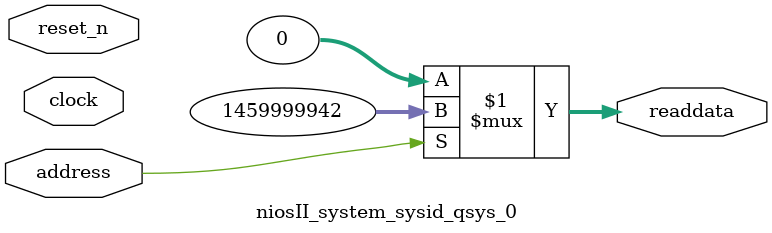
<source format=v>

`timescale 1ns / 1ps
// synthesis translate_on

// turn off superfluous verilog processor warnings 
// altera message_level Level1 
// altera message_off 10034 10035 10036 10037 10230 10240 10030 

module niosII_system_sysid_qsys_0 (
               // inputs:
                address,
                clock,
                reset_n,

               // outputs:
                readdata
             )
;

  output  [ 31: 0] readdata;
  input            address;
  input            clock;
  input            reset_n;

  wire    [ 31: 0] readdata;
  //control_slave, which is an e_avalon_slave
  assign readdata = address ? 1459999942 : 0;

endmodule




</source>
